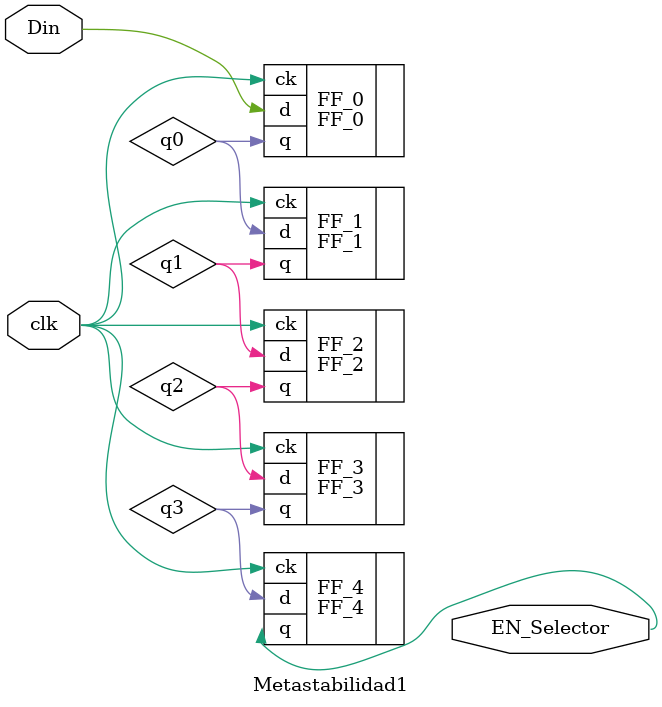
<source format=v>
`timescale 1ns / 1ps

module Metastabilidad1(  //modulo para evitar los efectos del rebote del pulsador
    input Din,			    //Declaracion de entradas y salidas
    input clk,			    //el modulo consiste en flipflops tipo D en cascada
	 output EN_Selector
    );

wire q0,q1,q2,q3;

FF_0 FF_0 (        //FlipFlop 0
    .ck(clk), 
    .d(Din), 
    .q(q0)
    );

FF_1 FF_1 (			//FlipFlop 1
    .ck(clk), 
    .d(q0), 
    .q(q1)
    );

FF_2 FF_2 (			//FlipFlop 2
    .ck(clk), 
    .d(q1), 
    .q(q2)
    );

FF_3 FF_3 (			//FlipFlop 3
    .ck(clk), 
    .d(q2), 
    .q(q3)
    );

FF_4 FF_4 (			//FlipFlop 4
    .ck(clk), 
    .d(q3), 
    .q(EN_Selector)
    );






endmodule

</source>
